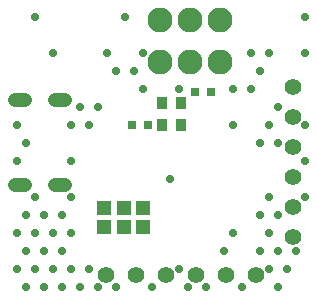
<source format=gbs>
G04*
G04 #@! TF.GenerationSoftware,Altium Limited,Altium Designer,20.2.6 (244)*
G04*
G04 Layer_Color=16711935*
%FSLAX25Y25*%
%MOIN*%
G70*
G04*
G04 #@! TF.SameCoordinates,3022D20F-0E7D-494E-A21C-2806337C0760*
G04*
G04*
G04 #@! TF.FilePolarity,Negative*
G04*
G01*
G75*
%ADD32R,0.04737X0.04737*%
%ADD33O,0.08083X0.04934*%
%ADD34C,0.08280*%
%ADD35C,0.05524*%
%ADD36C,0.02800*%
%ADD42R,0.03543X0.03937*%
%ADD43R,0.02756X0.02756*%
D32*
X33500Y22000D02*
D03*
Y28299D02*
D03*
X40000Y22000D02*
D03*
Y28299D02*
D03*
X46500Y22000D02*
D03*
Y28299D02*
D03*
D33*
X18968Y35925D02*
D03*
X5386D02*
D03*
Y64075D02*
D03*
X18968D02*
D03*
D34*
X52000Y91000D02*
D03*
X62000D02*
D03*
X72000D02*
D03*
X52000Y77000D02*
D03*
X62000D02*
D03*
X72000D02*
D03*
D35*
X34000Y6000D02*
D03*
X44000D02*
D03*
X64000D02*
D03*
X54000D02*
D03*
X74000D02*
D03*
X84000D02*
D03*
X96500Y18500D02*
D03*
Y28500D02*
D03*
Y48500D02*
D03*
Y38500D02*
D03*
Y58500D02*
D03*
Y68500D02*
D03*
D36*
X100500Y92000D02*
D03*
Y80000D02*
D03*
Y56000D02*
D03*
Y44000D02*
D03*
Y32000D02*
D03*
X97500Y14000D02*
D03*
X91500Y62000D02*
D03*
Y50000D02*
D03*
Y26000D02*
D03*
Y14000D02*
D03*
X94500Y8000D02*
D03*
X91500Y2000D02*
D03*
X88500Y80000D02*
D03*
X85500Y74000D02*
D03*
X88500Y56000D02*
D03*
X85500Y50000D02*
D03*
X88500Y32000D02*
D03*
X85500Y26000D02*
D03*
X88500Y20000D02*
D03*
X85500Y14000D02*
D03*
X88500Y8000D02*
D03*
X82500Y80000D02*
D03*
Y68000D02*
D03*
X79500Y2000D02*
D03*
X76500Y68000D02*
D03*
Y56000D02*
D03*
Y20000D02*
D03*
X73500Y14000D02*
D03*
X67500Y2000D02*
D03*
X61500D02*
D03*
X58500Y68000D02*
D03*
X55500Y38000D02*
D03*
X58500Y8000D02*
D03*
X49500Y2000D02*
D03*
X46500Y80000D02*
D03*
X43500Y74000D02*
D03*
X46500Y68000D02*
D03*
X40500Y92000D02*
D03*
X37500Y74000D02*
D03*
Y2000D02*
D03*
X34500Y80000D02*
D03*
X31500Y62000D02*
D03*
Y2000D02*
D03*
X25500Y62000D02*
D03*
X28500Y56000D02*
D03*
Y8000D02*
D03*
X25500Y2000D02*
D03*
X22500Y56000D02*
D03*
Y44000D02*
D03*
Y32000D02*
D03*
X19500Y26000D02*
D03*
X22500Y20000D02*
D03*
X19500Y14000D02*
D03*
X22500Y8000D02*
D03*
X19500Y2000D02*
D03*
X16500Y80000D02*
D03*
X13500Y26000D02*
D03*
X16500Y20000D02*
D03*
X13500Y14000D02*
D03*
X16500Y8000D02*
D03*
X13500Y2000D02*
D03*
X10500Y92000D02*
D03*
X7500Y50000D02*
D03*
X10500Y32000D02*
D03*
X7500Y26000D02*
D03*
X10500Y20000D02*
D03*
X7500Y14000D02*
D03*
X10500Y8000D02*
D03*
X7500Y2000D02*
D03*
X4500Y56000D02*
D03*
Y44000D02*
D03*
Y20000D02*
D03*
Y8000D02*
D03*
D42*
X52949Y55858D02*
D03*
Y63142D02*
D03*
X59051D02*
D03*
Y55858D02*
D03*
D43*
X63744Y67000D02*
D03*
X69256D02*
D03*
X42744Y56000D02*
D03*
X48256D02*
D03*
M02*

</source>
